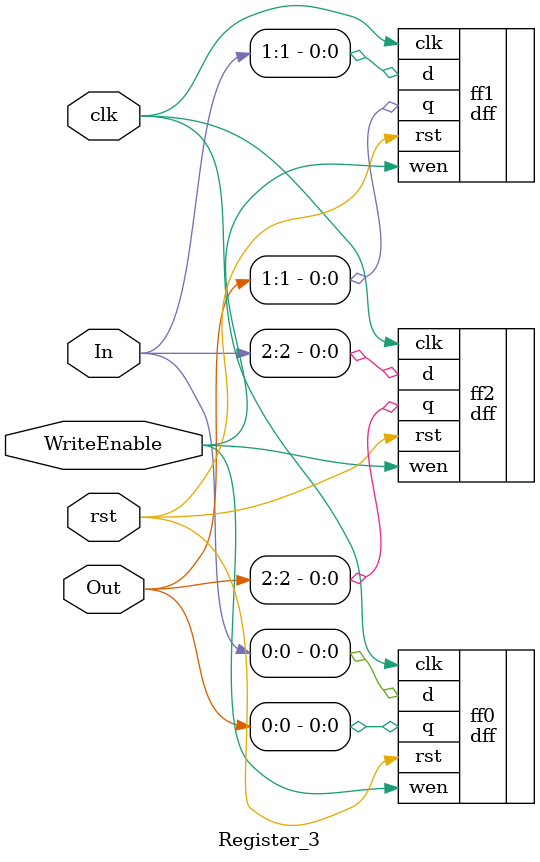
<source format=v>
module Register_3(clk, 
                  rst, 
                  In, // input
                  WriteEnable,
                  Out); // output

  input clk, rst, WriteEnable;
  input [2:0] In;
  inout [2:0] Out;

  dff ff0(.q(Out[0]), .d(In[0]), .wen(WriteEnable), .clk(clk), .rst(rst));
  dff ff1(.q(Out[1]), .d(In[1]), .wen(WriteEnable), .clk(clk), .rst(rst));
  dff ff2(.q(Out[2]), .d(In[2]), .wen(WriteEnable), .clk(clk), .rst(rst));
endmodule
</source>
